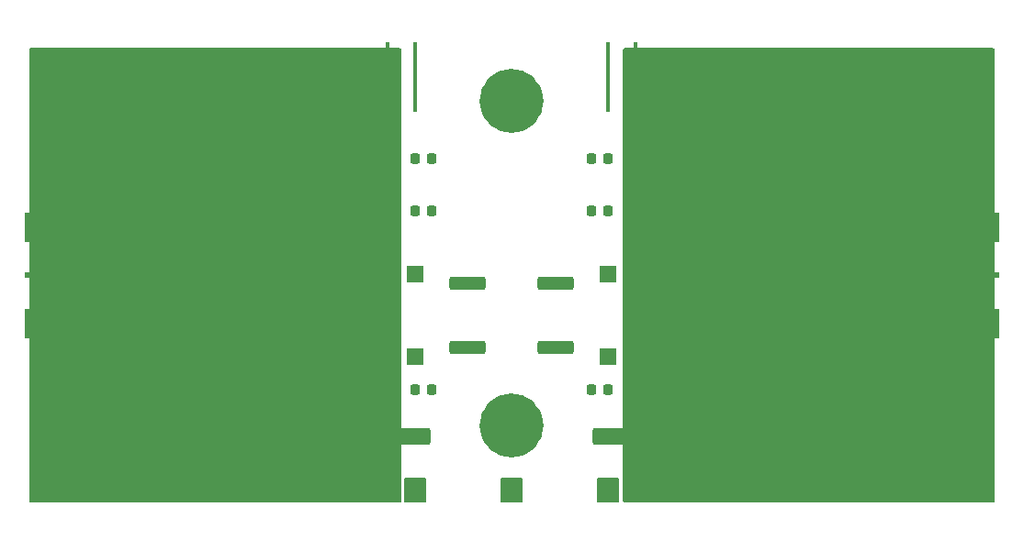
<source format=gts>
%TF.GenerationSoftware,KiCad,Pcbnew,(5.99.0-8090-ga1d7a959f7)*%
%TF.CreationDate,2021-01-05T15:40:31+00:00*%
%TF.ProjectId,BGYAmp,42475941-6d70-42e6-9b69-6361645f7063,rev?*%
%TF.SameCoordinates,Original*%
%TF.FileFunction,Soldermask,Top*%
%TF.FilePolarity,Negative*%
%FSLAX46Y46*%
G04 Gerber Fmt 4.6, Leading zero omitted, Abs format (unit mm)*
G04 Created by KiCad (PCBNEW (5.99.0-8090-ga1d7a959f7)) date 2021-01-05 15:40:31*
%MOMM*%
%LPD*%
G01*
G04 APERTURE LIST*
G04 Aperture macros list*
%AMRoundRect*
0 Rectangle with rounded corners*
0 $1 Rounding radius*
0 $2 $3 $4 $5 $6 $7 $8 $9 X,Y pos of 4 corners*
0 Add a 4 corners polygon primitive as box body*
4,1,4,$2,$3,$4,$5,$6,$7,$8,$9,$2,$3,0*
0 Add four circle primitives for the rounded corners*
1,1,$1+$1,$2,$3,0*
1,1,$1+$1,$4,$5,0*
1,1,$1+$1,$6,$7,0*
1,1,$1+$1,$8,$9,0*
0 Add four rect primitives between the rounded corners*
20,1,$1+$1,$2,$3,$4,$5,0*
20,1,$1+$1,$4,$5,$6,$7,0*
20,1,$1+$1,$6,$7,$8,$9,0*
20,1,$1+$1,$8,$9,$2,$3,0*%
G04 Aperture macros list end*
%ADD10C,2.950000*%
%ADD11RoundRect,0.250000X1.250000X0.550000X-1.250000X0.550000X-1.250000X-0.550000X1.250000X-0.550000X0*%
%ADD12RoundRect,0.225000X-0.225000X-0.250000X0.225000X-0.250000X0.225000X0.250000X-0.225000X0.250000X0*%
%ADD13RoundRect,0.250000X-1.250000X-0.550000X1.250000X-0.550000X1.250000X0.550000X-1.250000X0.550000X0*%
%ADD14R,1.600000X1.600000*%
%ADD15R,1.970000X0.610000*%
%ADD16R,5.000000X2.800000*%
%ADD17RoundRect,0.250000X-1.425000X0.362500X-1.425000X-0.362500X1.425000X-0.362500X1.425000X0.362500X0*%
%ADD18RoundRect,0.250000X1.425000X-0.362500X1.425000X0.362500X-1.425000X0.362500X-1.425000X-0.362500X0*%
%ADD19R,0.450000X6.500000*%
G04 APERTURE END LIST*
D10*
X146432800Y-132384800D02*
G75*
G03*
X146432800Y-132384800I-1475000J0D01*
G01*
X146432800Y-162356800D02*
G75*
G03*
X146432800Y-162356800I-1475000J0D01*
G01*
D11*
%TO.C,C1*%
X135981800Y-163372800D03*
X131581800Y-163372800D03*
%TD*%
D12*
%TO.C,C2*%
X136054800Y-159054800D03*
X137604800Y-159054800D03*
%TD*%
%TO.C,C3*%
X136054800Y-142544800D03*
X137604800Y-142544800D03*
%TD*%
%TO.C,C4*%
X136054800Y-137718800D03*
X137604800Y-137718800D03*
%TD*%
D13*
%TO.C,C5*%
X153933800Y-163372800D03*
X158333800Y-163372800D03*
%TD*%
D12*
%TO.C,C6*%
X152310800Y-159054800D03*
X153860800Y-159054800D03*
%TD*%
%TO.C,C7*%
X152310800Y-142544800D03*
X153860800Y-142544800D03*
%TD*%
%TO.C,C8*%
X152310800Y-137718800D03*
X153860800Y-137718800D03*
%TD*%
D14*
%TO.C,FB1*%
X136067800Y-148386800D03*
X136067800Y-156006800D03*
%TD*%
%TO.C,FB2*%
X153847800Y-156006800D03*
X153847800Y-148386800D03*
%TD*%
D15*
%TO.C,J1*%
X101035600Y-148500000D03*
D16*
X102550600Y-144050000D03*
X102550600Y-152950000D03*
%TD*%
D15*
%TO.C,J2*%
X189015000Y-148500000D03*
D16*
X187500000Y-144050000D03*
X187500000Y-152950000D03*
%TD*%
D17*
%TO.C,R1*%
X140893800Y-149234300D03*
X140893800Y-155159300D03*
%TD*%
D18*
%TO.C,R2*%
X149021800Y-155159300D03*
X149021800Y-149234300D03*
%TD*%
D19*
%TO.C,U1*%
X133570000Y-130200000D03*
X136110000Y-130200000D03*
X153890000Y-130200000D03*
X156430000Y-130200000D03*
%TD*%
G36*
X154805921Y-167202802D02*
G01*
X154852414Y-167256458D01*
X154863800Y-167308800D01*
X154863800Y-169366000D01*
X154843798Y-169434121D01*
X154790142Y-169480614D01*
X154737800Y-169492000D01*
X152957800Y-169492000D01*
X152889679Y-169471998D01*
X152843186Y-169418342D01*
X152831800Y-169366000D01*
X152831800Y-167308800D01*
X152851802Y-167240679D01*
X152905458Y-167194186D01*
X152957800Y-167182800D01*
X154737800Y-167182800D01*
X154805921Y-167202802D01*
G37*
G36*
X134739921Y-127528002D02*
G01*
X134786414Y-127581658D01*
X134797800Y-127634000D01*
X134797800Y-169366000D01*
X134777798Y-169434121D01*
X134724142Y-169480614D01*
X134671800Y-169492000D01*
X100634000Y-169492000D01*
X100565879Y-169471998D01*
X100519386Y-169418342D01*
X100508000Y-169366000D01*
X100508000Y-127634000D01*
X100528002Y-127565879D01*
X100581658Y-127519386D01*
X100634000Y-127508000D01*
X134671800Y-127508000D01*
X134739921Y-127528002D01*
G37*
G36*
X145915921Y-167202802D02*
G01*
X145962414Y-167256458D01*
X145973800Y-167308800D01*
X145973800Y-169366000D01*
X145953798Y-169434121D01*
X145900142Y-169480614D01*
X145847800Y-169492000D01*
X144067800Y-169492000D01*
X143999679Y-169471998D01*
X143953186Y-169418342D01*
X143941800Y-169366000D01*
X143941800Y-167308800D01*
X143961802Y-167240679D01*
X144015458Y-167194186D01*
X144067800Y-167182800D01*
X145847800Y-167182800D01*
X145915921Y-167202802D01*
G37*
G36*
X137025921Y-167202802D02*
G01*
X137072414Y-167256458D01*
X137083800Y-167308800D01*
X137083800Y-169366000D01*
X137063798Y-169434121D01*
X137010142Y-169480614D01*
X136957800Y-169492000D01*
X135177800Y-169492000D01*
X135109679Y-169471998D01*
X135063186Y-169418342D01*
X135051800Y-169366000D01*
X135051800Y-167308800D01*
X135071802Y-167240679D01*
X135125458Y-167194186D01*
X135177800Y-167182800D01*
X136957800Y-167182800D01*
X137025921Y-167202802D01*
G37*
G36*
X189434121Y-127528002D02*
G01*
X189480614Y-127581658D01*
X189492000Y-127634000D01*
X189492000Y-169366000D01*
X189471998Y-169434121D01*
X189418342Y-169480614D01*
X189366000Y-169492000D01*
X155370800Y-169492000D01*
X155302679Y-169471998D01*
X155256186Y-169418342D01*
X155244800Y-169366000D01*
X155244800Y-127634000D01*
X155264802Y-127565879D01*
X155318458Y-127519386D01*
X155370800Y-127508000D01*
X189366000Y-127508000D01*
X189434121Y-127528002D01*
G37*
M02*

</source>
